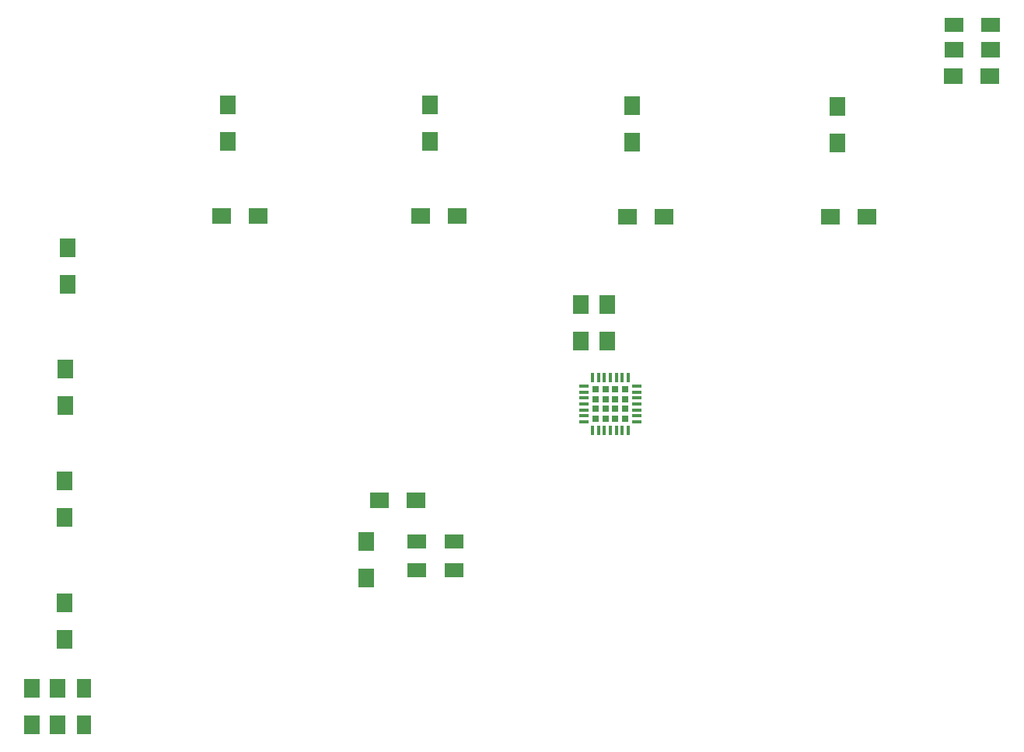
<source format=gbp>
G04 #@! TF.GenerationSoftware,KiCad,Pcbnew,(5.1.2)-2*
G04 #@! TF.CreationDate,2020-06-07T10:10:03-04:00*
G04 #@! TF.ProjectId,MidiControllerPCB,4d696469-436f-46e7-9472-6f6c6c657250,rev?*
G04 #@! TF.SameCoordinates,Original*
G04 #@! TF.FileFunction,Paste,Bot*
G04 #@! TF.FilePolarity,Positive*
%FSLAX46Y46*%
G04 Gerber Fmt 4.6, Leading zero omitted, Abs format (unit mm)*
G04 Created by KiCad (PCBNEW (5.1.2)-2) date 2020-06-07 10:10:03*
%MOMM*%
%LPD*%
G04 APERTURE LIST*
%ADD10R,1.000000X0.370000*%
%ADD11R,0.370000X1.000000*%
%ADD12R,0.637500X0.637500*%
%ADD13R,1.700000X2.000000*%
%ADD14R,2.000000X1.700000*%
%ADD15R,2.000000X1.600000*%
%ADD16R,1.600000X2.000000*%
G04 APERTURE END LIST*
D10*
X161318750Y-101081250D03*
X161318750Y-100431250D03*
X161318750Y-99781250D03*
X161318750Y-99131250D03*
X161318750Y-98481250D03*
X161318750Y-97831250D03*
X161318750Y-97181250D03*
D11*
X162218750Y-96281250D03*
X162868750Y-96281250D03*
X163518750Y-96281250D03*
X164168750Y-96281250D03*
X164818750Y-96281250D03*
X165468750Y-96281250D03*
X166118750Y-96281250D03*
D10*
X167018750Y-97181250D03*
X167018750Y-97831250D03*
X167018750Y-98481250D03*
X167018750Y-99131250D03*
X167018750Y-99781250D03*
X167018750Y-100431250D03*
X167018750Y-101081250D03*
D11*
X166118750Y-101981250D03*
X165468750Y-101981250D03*
X164818750Y-101981250D03*
X164168750Y-101981250D03*
X163518750Y-101981250D03*
X162868750Y-101981250D03*
X162218750Y-101981250D03*
D12*
X165762500Y-97537500D03*
X165762500Y-98600000D03*
X165762500Y-99662500D03*
X165762500Y-100725000D03*
X164700000Y-97537500D03*
X164700000Y-98600000D03*
X164700000Y-99662500D03*
X164700000Y-100725000D03*
X163637500Y-97537500D03*
X163637500Y-98600000D03*
X163637500Y-99662500D03*
X163637500Y-100725000D03*
X162575000Y-97537500D03*
X162575000Y-98600000D03*
X162575000Y-99662500D03*
X162575000Y-100725000D03*
D13*
X163800000Y-88300000D03*
X163800000Y-92300000D03*
X160900000Y-88300000D03*
X160900000Y-92300000D03*
X137600000Y-118100000D03*
X137600000Y-114100000D03*
D14*
X139000000Y-109600000D03*
X143000000Y-109600000D03*
X205500000Y-63400000D03*
X201500000Y-63400000D03*
X201560000Y-60505000D03*
X205560000Y-60505000D03*
D13*
X104700000Y-107500000D03*
X104700000Y-111500000D03*
X104700000Y-120800000D03*
X104700000Y-124800000D03*
X105100000Y-82100000D03*
X105100000Y-86100000D03*
X104800000Y-95300000D03*
X104800000Y-99300000D03*
X101200000Y-134100000D03*
X101200000Y-130100000D03*
X104000000Y-130100000D03*
X104000000Y-134100000D03*
X122500000Y-66500000D03*
X122500000Y-70500000D03*
D14*
X125800000Y-78600000D03*
X121800000Y-78600000D03*
D13*
X188900000Y-70700000D03*
X188900000Y-66700000D03*
D14*
X192100000Y-78700000D03*
X188100000Y-78700000D03*
D13*
X144500000Y-70500000D03*
X144500000Y-66500000D03*
D14*
X147500000Y-78600000D03*
X143500000Y-78600000D03*
D13*
X166500000Y-70600000D03*
X166500000Y-66600000D03*
D14*
X170000000Y-78700000D03*
X166000000Y-78700000D03*
D15*
X147100000Y-114100000D03*
X143100000Y-114100000D03*
X147100000Y-117200000D03*
X143100000Y-117200000D03*
X201600000Y-57800000D03*
X205600000Y-57800000D03*
D16*
X106800000Y-130100000D03*
X106800000Y-134100000D03*
M02*

</source>
